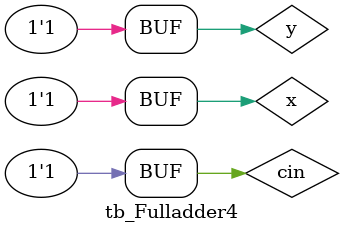
<source format=v>
/* 비트 단위 논리 연산자를 사용하여 전가산기의 테스트 벤치, `는 ~옆에 */

`timescale 1ns/10ps 

module tb_Fulladder4;
	reg x, y, cin;
	wire Sum, Carry;

	Fulladder4 tb(x, y, cin, Sum, Carry);

	//여기서부터 waveform을 보기위한 파일을 만드는 코드
	initial
	   begin
	       $dumpfile("test_Fulladder_out.vcd"); //에러발생 14
	       $dumpvars(-1,tb);                      //에러발생 15
	       $monitor("%b", Sum);
	       $monitor("%b", Carry);
	    end
		//waveform을 보기위한 코드 끝

	initial
	   begin                                           //에러 신택스 22 
	       x = 0; y=0; cin = 0; #100;      //밑에 다 에러 
	       x = 0; y=1; cin = 0; #100;
	       x = 1; y=0; cin = 0; #100;
	       x = 1; y=1; cin = 0; #100;
	       x = 0; y=0; cin = 1; #100;
	       x = 0; y=1; cin = 1; #100;
	       x = 1; y=0; cin = 1; #100;
	       x = 1; y=1; cin = 1; #100;
	   end	  

endmodule
</source>
